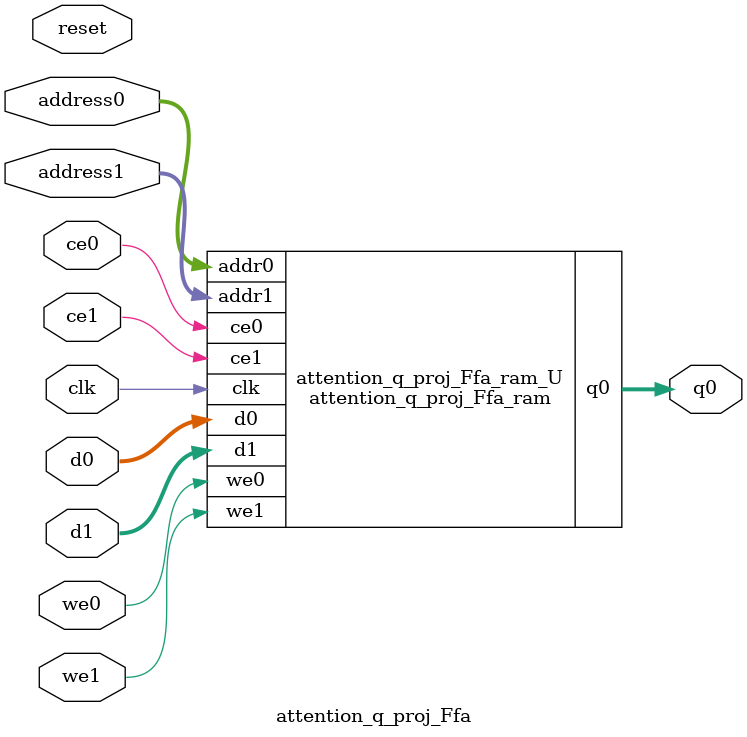
<source format=v>
`timescale 1 ns / 1 ps
module attention_q_proj_Ffa_ram (addr0, ce0, d0, we0, q0, addr1, ce1, d1, we1,  clk);

parameter DWIDTH = 40;
parameter AWIDTH = 4;
parameter MEM_SIZE = 16;

input[AWIDTH-1:0] addr0;
input ce0;
input[DWIDTH-1:0] d0;
input we0;
output reg[DWIDTH-1:0] q0;
input[AWIDTH-1:0] addr1;
input ce1;
input[DWIDTH-1:0] d1;
input we1;
input clk;

(* ram_style = "block" *)reg [DWIDTH-1:0] ram[0:MEM_SIZE-1];




always @(posedge clk)  
begin 
    if (ce0) begin
        if (we0) 
            ram[addr0] <= d0; 
        q0 <= ram[addr0];
    end
end


always @(posedge clk)  
begin 
    if (ce1) begin
        if (we1) 
            ram[addr1] <= d1; 
    end
end


endmodule

`timescale 1 ns / 1 ps
module attention_q_proj_Ffa(
    reset,
    clk,
    address0,
    ce0,
    we0,
    d0,
    q0,
    address1,
    ce1,
    we1,
    d1);

parameter DataWidth = 32'd40;
parameter AddressRange = 32'd16;
parameter AddressWidth = 32'd4;
input reset;
input clk;
input[AddressWidth - 1:0] address0;
input ce0;
input we0;
input[DataWidth - 1:0] d0;
output[DataWidth - 1:0] q0;
input[AddressWidth - 1:0] address1;
input ce1;
input we1;
input[DataWidth - 1:0] d1;



attention_q_proj_Ffa_ram attention_q_proj_Ffa_ram_U(
    .clk( clk ),
    .addr0( address0 ),
    .ce0( ce0 ),
    .we0( we0 ),
    .d0( d0 ),
    .q0( q0 ),
    .addr1( address1 ),
    .ce1( ce1 ),
    .we1( we1 ),
    .d1( d1 ));

endmodule


</source>
